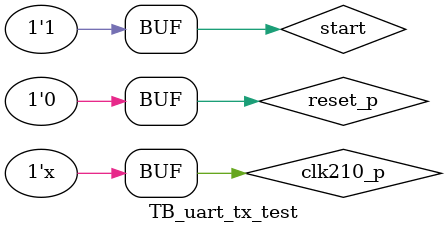
<source format=v>
`timescale 1ns / 1ps


module TB_uart_tx_test(

    );
	
	reg					clk210_p				= 1'b0;
	reg					reset_p					= 1'b0;
	
	wire 				baud_16_x_p;
	wire				baud_1_x_p;
	
	wire				tx_p;
	reg			[7:0]	fifo_tx_din_p			= 8'd0;
	reg					transmit_req_p			= 1'b0;
	wire				transmit_done_p;
	wire		[4:0]	fifo_tx_data_count_p;
	reg					fifo_tx_wr_en_p			= 1'b0;
	
	reg			[7:0]	uart_tx_testing_state_s 	= 8'd0;
	reg			[7:0]	fifo_fill_counter_s		= 8'd0;
	reg					start					= 1'b0;
	
	parameter	[7:0]	IDLE_c					= 8'd0;
	parameter	[7:0]	PULL_UP_FIFO_WE_c		= 8'd1;
	parameter	[7:0]	LOAD_FIFO_c				= 8'd2;
	parameter	[7:0]	TRANSMIT_DATA_c			= 8'd3;
	parameter	[7:0]	DONE_c					= 8'd4;
	
	parameter	[7:0]	DATA_START_c			= 8'h20;
	parameter	[7:0]	NUMBER_OF_BYTES_c		= 8'd10;
	
	
	baud_generator	baud_inst(
	.clk210_p					(clk210_p),
	.reset_p					(reset_p),
	.baud_16_x_p				(baud_16_x_p),
	.baud_1_x_p					(baud_1_x_p)
	);
	
	uart_tx	tx_inst(
	.clk210_p					(clk210_p),
	.reset_p					(reset_p),
	.baud_1_x_p					(baud_1_x_p),
	.tx_p						(tx_p),
	// .transmit_data_p			(transmit_data_p),
	.transmit_req_p				(transmit_req_p),
	.transmit_done_p			(transmit_done_p),
	.transmit_done_ack_p		(transmit_done_ack_p),
	.fifo_tx_din_p				(fifo_tx_din_p),
	.fifo_tx_wr_en_p			(fifo_tx_wr_en_p),
	.fifo_tx_data_count_p		(fifo_tx_data_count_p),
	.fifo_tx_empty_p			(fifo_tx_empty_p)
	);
	
	// Current not using a receiver.
	// TB_uart_receiver	receiver_inst(
	// );
	
	
	initial
		begin
			reset_p			<= 1'b1;
			#500
			reset_p			<= 1'b0;
			#1000
			start			<= 1'b1;
		end

	always # 2.3809523 clk210_p	<= ~clk210_p;	
	
	always @(posedge clk210_p)
	begin
		if(reset_p)
			begin
				fifo_tx_din_p				<= 8'd0;
				fifo_tx_wr_en_p				<= 1'b0;
				uart_tx_testing_state_s		<= 8'd0;
			end
		else
			begin
			if(start == 1) begin			// only a sim. so this is fine.
				case(uart_tx_testing_state_s)
				IDLE_c:
					begin
						uart_tx_testing_state_s		<= PULL_UP_FIFO_WE_c;
						fifo_tx_din_p				<= 8'd0;
						fifo_fill_counter_s			<= 8'd0;
					end
					
				PULL_UP_FIFO_WE_c:
					begin
						if(fifo_fill_counter_s	== NUMBER_OF_BYTES_c)
							begin
								uart_tx_testing_state_s		<= TRANSMIT_DATA_c;
								fifo_fill_counter_s			<= 0;
							end
						else
							begin
								fifo_tx_wr_en_p				<= 1'b1;
								uart_tx_testing_state_s		<= LOAD_FIFO_c;
								fifo_fill_counter_s			<= fifo_fill_counter_s + 1'b1;
								fifo_tx_din_p				<= DATA_START_c + fifo_fill_counter_s;
							end
					end
					
				LOAD_FIFO_c:
					begin
						fifo_tx_wr_en_p						<= 1'b0;
						uart_tx_testing_state_s				<= PULL_UP_FIFO_WE_c;
					end
					
				TRANSMIT_DATA_c:
					begin
						transmit_req_p						<= 1'b1;
						uart_tx_testing_state_s				<= DONE_c;
					end
				
				DONE_c:
					begin
						if(transmit_done_p == 1)
							begin
								transmit_req_p				<= 1'b0;
								uart_tx_testing_state_s		<= DONE_c;
							end
						else
							uart_tx_testing_state_s			<= DONE_c;
					end
					
				default:
					uart_tx_testing_state_s					<= IDLE_c;
				endcase
			end
		end
	end	
	
endmodule

</source>
